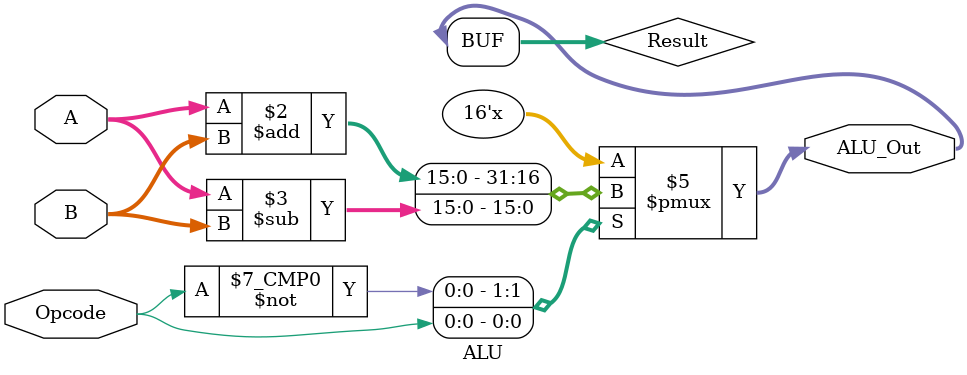
<source format=v>
module ALU(
	input	[15:0] A,B,
	input Opcode,
	output [15:0] ALU_Out
);
//data type
reg[15:0] Result;
assign ALU_Out = Result;
always @(*)
begin
	case(Opcode)
	1'b0:
		Result = A+B;
	1'b1:
		Result = A-B;
	default: Result = A+B;
	endcase
	end
endmodule

</source>
